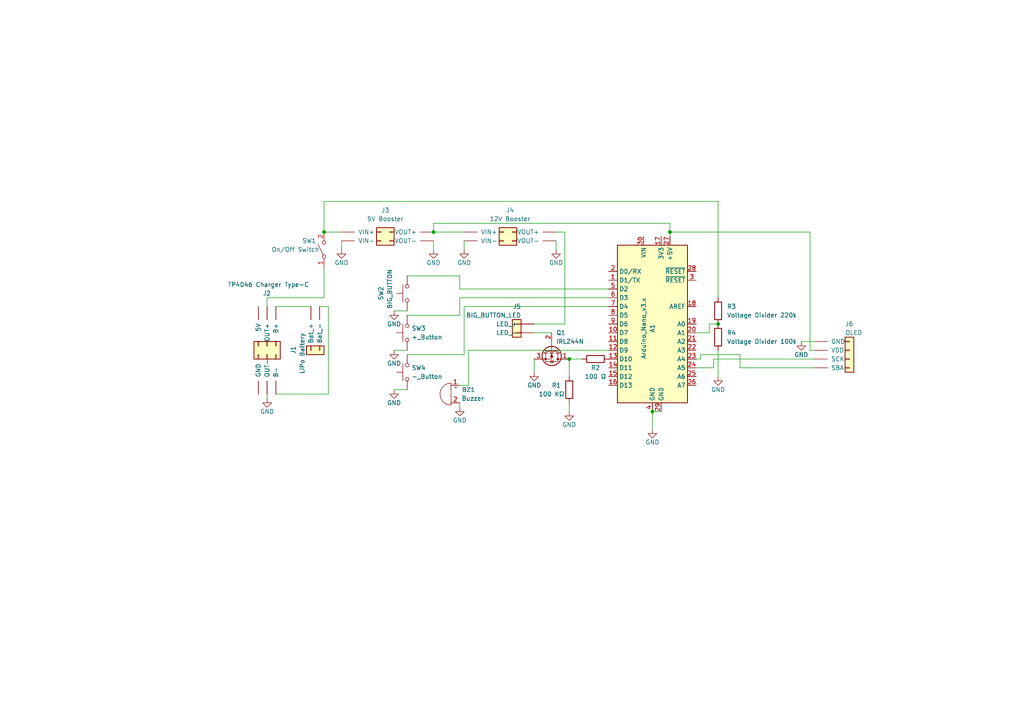
<source format=kicad_sch>
(kicad_sch (version 20211123) (generator eeschema)
  (paper "A4")
  (title_block (title "Rummikub Timer") (date "2025-08-26") (rev "v1"))
  (lib_symbols
    (symbol "Conn_01x02_1" (pin_numbers hide) (pin_names (offset 1.016))
      (property "Reference" "J6" (at 2.54 0.0001 0))
      (property "Value" "BIG_BUTTON_LED" (at 2.54 -2.5399 0))
      (symbol "Conn_01x02_1_1_1"
        (rectangle (start -1.27 -2.413) (end 0 -2.667) (stroke (width 0.1524)))
        (rectangle (start -1.27 0.127) (end 0 -0.127) (stroke (width 0.1524)))
        (rectangle (start -1.27 1.27) (end 1.27 -3.81) (stroke (width 0.254)) (fill (type background)))
        (pin passive line (at -5.08 0 0) (length 3.81) (name "LED_+") (number "1"))
        (pin passive line (at -5.08 -2.54 0) (length 3.81) (name "LED_-") (number "2"))
      )
    )
    (symbol "Conn_01x02_4" (pin_numbers hide) (pin_names (offset 1.016))
      (property "Reference" "J1" (at -1.27 5.08 0))
      (property "Value" "LiPo Battery" (at -5.08 2.54 0))
      (symbol "Conn_01x02_4_1_1"
        (rectangle (start -1.27 -2.413) (end 0 -2.667) (stroke (width 0.1524)))
        (rectangle (start -1.27 0.127) (end 0 -0.127) (stroke (width 0.1524)))
        (rectangle (start -1.27 1.27) (end 1.27 -3.81) (stroke (width 0.254)) (fill (type background)))
        (pin passive line (at -12.7 0 0) (length 3.81) (name "Bat_+") (number "1"))
        (pin passive line (at -12.7 -2.54 0) (length 3.81) (name "Bat_-") (number "2"))
      )
    )
    (symbol "Conn_02x02_Top_Bottom_1" (pin_numbers hide) (pin_names (offset 1.016))
      (property "Reference" "J2" (at -1.27 6.35 0))
      (property "Value" "5V Booster" (at -1.27 3.81 0))
      (symbol "Conn_02x02_Top_Bottom_1_1_1"
        (rectangle (start -1.27 -2.413) (end 0 -2.667) (stroke (width 0.1524)))
        (rectangle (start -1.27 0.127) (end 0 -0.127) (stroke (width 0.1524)))
        (rectangle (start -1.27 1.27) (end 3.81 -3.81) (stroke (width 0.254)) (fill (type background)))
        (rectangle (start 3.81 -2.413) (end 2.54 -2.667) (stroke (width 0.1524)))
        (rectangle (start 3.81 0.127) (end 2.54 -0.127) (stroke (width 0.1524)))
        (pin passive line (at -11.43 0 0) (length 3.81) (name "VIN+") (number "1"))
        (pin passive line (at -11.43 -2.54 0) (length 3.81) (name "VIN-") (number "2"))
        (pin passive line (at 15.24 0 180) (length 3.81) (name "VOUT+") (number "3"))
        (pin passive line (at 15.24 -2.54 180) (length 3.81) (name "VOUT-") (number "4"))
      )
    )
    (symbol "Connector_Generic:Conn_01x04" (pin_numbers hide) (pin_names (offset 1.016))
      (property "Reference" "J1" (at -1.27 7.62 0))
      (property "Value" "OLED" (at -1.27 5.08 0))
      (symbol "Conn_01x04_1_1"
        (rectangle (start -1.27 -4.953) (end 0 -5.207) (stroke (width 0.1524)))
        (rectangle (start -1.27 -2.413) (end 0 -2.667) (stroke (width 0.1524)))
        (rectangle (start -1.27 0.127) (end 0 -0.127) (stroke (width 0.1524)))
        (rectangle (start -1.27 2.667) (end 0 2.413) (stroke (width 0.1524)))
        (rectangle (start -1.27 3.81) (end 1.27 -6.35) (stroke (width 0.254)) (fill (type background)))
        (pin passive line (at -10.16 2.54 0) (length 3.81) (name "GND") (number "1"))
        (pin passive line (at -10.16 0 0) (length 3.81) (name "VDD") (number "2"))
        (pin passive line (at -10.16 -2.54 0) (length 3.81) (name "SCK") (number "3"))
        (pin passive line (at -10.16 -5.08 0) (length 3.81) (name "SBA") (number "4"))
      )
    )
    (symbol "Connector_Generic:Conn_02x02_Top_Bottom" (pin_numbers hide) (pin_names (offset 1.016))
      (property "Reference" "J3" (at 1.27 6.35 0))
      (property "Value" "12V Booster" (at 1.27 3.81 0))
      (symbol "Conn_02x02_Top_Bottom_1_1"
        (rectangle (start -1.27 -2.413) (end 0 -2.667) (stroke (width 0.1524)))
        (rectangle (start -1.27 0.127) (end 0 -0.127) (stroke (width 0.1524)))
        (rectangle (start -1.27 1.27) (end 3.81 -3.81) (stroke (width 0.254)) (fill (type background)))
        (rectangle (start 3.81 -2.413) (end 2.54 -2.667) (stroke (width 0.1524)))
        (rectangle (start 3.81 0.127) (end 2.54 -0.127) (stroke (width 0.1524)))
        (pin passive line (at -11.43 0 0) (length 3.81) (name "VIN+") (number "1"))
        (pin passive line (at -11.43 -2.54 0) (length 3.81) (name "VIN-") (number "2"))
        (pin passive line (at 15.24 0 180) (length 3.81) (name "VOUT+") (number "3"))
        (pin passive line (at 15.24 -2.54 180) (length 3.81) (name "VOUT-") (number "4"))
      )
    )
    (symbol "Connector_Generic:Conn_02x03_Odd_Even" (pin_numbers hide) (pin_names (offset 1.016))
      (property "Reference" "J2" (at -1.27 11.43 90))
      (property "Value" "TP4046 Charger Type-C" (at -25.4 12.7 90))
      (symbol "Conn_02x03_Odd_Even_1_1"
        (rectangle (start -1.27 -2.413) (end 0 -2.667) (stroke (width 0.1524)))
        (rectangle (start -1.27 0.127) (end 0 -0.127) (stroke (width 0.1524)))
        (rectangle (start -1.27 2.667) (end 0 2.413) (stroke (width 0.1524)))
        (rectangle (start -1.27 3.81) (end 3.81 -3.81) (stroke (width 0.254)) (fill (type background)))
        (rectangle (start 3.81 -2.413) (end 2.54 -2.667) (stroke (width 0.1524)))
        (rectangle (start 3.81 0.127) (end 2.54 -0.127) (stroke (width 0.1524)))
        (rectangle (start 3.81 2.667) (end 2.54 2.413) (stroke (width 0.1524)))
        (pin passive line (at -11.43 2.54 0) (length 3.81) (name "5V") (number "1"))
        (pin passive line (at 13.97 2.54 180) (length 3.81) (name "GND") (number "2"))
        (pin passive line (at -11.43 0 0) (length 3.81) (name "OUT+") (number "3"))
        (pin passive line (at 13.97 0 180) (length 3.81) (name "OUT-") (number "4"))
        (pin passive line (at -11.43 -2.54 0) (length 3.81) (name "B+") (number "5"))
        (pin passive line (at 13.97 -2.54 180) (length 3.81) (name "B-") (number "6"))
      )
    )
    (symbol "Device:Buzzer" (pin_names (offset 0.0254) hide)
      (property "Reference" "BZ" (at 3.81 1.27 0))
      (property "Value" "Buzzer" (at 3.81 -1.27 0))
      (symbol "Buzzer_0_1"
        (arc (start 0 -3.175) (mid 3.175 0) (end 0 3.175))
        (polyline (pts (xy -1.651 1.905) (xy -1.143 1.905)))
        (polyline (pts (xy -1.397 2.159) (xy -1.397 1.651)))
        (polyline (pts (xy 0 3.175) (xy 0 -3.175)))
      )
      (symbol "Buzzer_1_1"
        (pin passive line (at -2.54 2.54 0) (length 2.54) (name "-") (number "1"))
        (pin passive line (at -2.54 -2.54 0) (length 2.54) (name "+") (number "2"))
      )
    )
    (symbol "Device:Q_NMOS_DGS" (pin_names (offset 0) hide)
      (property "Reference" "Q" (at 5.08 1.27 0))
      (property "Value" "Q_NMOS_DGS" (at 5.08 -1.27 0))
      (symbol "Q_NMOS_DGS_0_1"
        (polyline (pts (xy 0.254 0) (xy -2.54 0)))
        (polyline (pts (xy 0.254 1.905) (xy 0.254 -1.905)) (stroke (width 0.254)))
        (polyline (pts (xy 0.762 -1.27) (xy 0.762 -2.286)) (stroke (width 0.254)))
        (polyline (pts (xy 0.762 0.508) (xy 0.762 -0.508)) (stroke (width 0.254)))
        (polyline (pts (xy 0.762 2.286) (xy 0.762 1.27)) (stroke (width 0.254)))
        (polyline (pts (xy 2.54 2.54) (xy 2.54 1.778)))
        (polyline (pts (xy 2.54 -2.54) (xy 2.54 0) (xy 0.762 0)))
        (polyline (pts (xy 0.762 -1.778) (xy 3.302 -1.778) (xy 3.302 1.778) (xy 0.762 1.778)))
        (polyline (pts (xy 1.016 0) (xy 2.032 0.381) (xy 2.032 -0.381) (xy 1.016 0)) (fill (type outline)))
        (polyline (pts (xy 2.794 0.508) (xy 2.921 0.381) (xy 3.683 0.381) (xy 3.81 0.254)))
        (polyline (pts (xy 3.302 0.381) (xy 2.921 -0.254) (xy 3.683 -0.254) (xy 3.302 0.381)))
        (circle (center 1.651 0) (radius 2.794) (stroke (width 0.254)))
        (circle (center 2.54 -1.778) (radius 0.254) (fill (type outline)))
        (circle (center 2.54 1.778) (radius 0.254) (fill (type outline)))
      )
      (symbol "Q_NMOS_DGS_1_1"
        (pin passive line (at 2.54 5.08 270) (length 2.54) (name "D") (number "1"))
        (pin input line (at -5.08 0 0) (length 2.54) (name "G") (number "2"))
        (pin passive line (at 2.54 -5.08 90) (length 2.54) (name "S") (number "3"))
      )
    )
    (symbol "Device:R" (pin_numbers hide) (pin_names (offset 0))
      (property "Reference" "R" (at 2.032 0 90))
      (property "Value" "R" (at 0 0 90))
      (symbol "R_0_1"
        (rectangle (start -1.016 -2.54) (end 1.016 2.54) (stroke (width 0.254)))
      )
      (symbol "R_1_1"
        (pin passive line (at 0 3.81 270) (length 1.27) (name "~") (number "1"))
        (pin passive line (at 0 -3.81 90) (length 1.27) (name "~") (number "2"))
      )
    )
    (symbol "MCU_Module:Arduino_Nano_v3.x"
      (property "Reference" "A" (at -10.16 23.495 0))
      (property "Value" "Arduino_Nano_v3.x" (at 5.08 -24.13 0))
      (symbol "Arduino_Nano_v3.x_0_1"
        (rectangle (start -10.16 22.86) (end 10.16 -22.86) (stroke (width 0.254)) (fill (type background)))
      )
      (symbol "Arduino_Nano_v3.x_1_1"
        (pin bidirectional line (at -12.7 12.7 0) (length 2.54) (name "D1/TX") (number "1"))
        (pin bidirectional line (at -12.7 -2.54 0) (length 2.54) (name "D7") (number "10"))
        (pin bidirectional line (at -12.7 -5.08 0) (length 2.54) (name "D8") (number "11"))
        (pin bidirectional line (at -12.7 -7.62 0) (length 2.54) (name "D9") (number "12"))
        (pin bidirectional line (at -12.7 -10.16 0) (length 2.54) (name "D10") (number "13"))
        (pin bidirectional line (at -12.7 -12.7 0) (length 2.54) (name "D11") (number "14"))
        (pin bidirectional line (at -12.7 -15.24 0) (length 2.54) (name "D12") (number "15"))
        (pin bidirectional line (at -12.7 -17.78 0) (length 2.54) (name "D13") (number "16"))
        (pin power_out line (at 2.54 25.4 270) (length 2.54) (name "3V3") (number "17"))
        (pin input line (at 12.7 5.08 180) (length 2.54) (name "AREF") (number "18"))
        (pin bidirectional line (at 12.7 0 180) (length 2.54) (name "A0") (number "19"))
        (pin bidirectional line (at -12.7 15.24 0) (length 2.54) (name "D0/RX") (number "2"))
        (pin bidirectional line (at 12.7 -2.54 180) (length 2.54) (name "A1") (number "20"))
        (pin bidirectional line (at 12.7 -5.08 180) (length 2.54) (name "A2") (number "21"))
        (pin bidirectional line (at 12.7 -7.62 180) (length 2.54) (name "A3") (number "22"))
        (pin bidirectional line (at 12.7 -10.16 180) (length 2.54) (name "A4") (number "23"))
        (pin bidirectional line (at 12.7 -12.7 180) (length 2.54) (name "A5") (number "24"))
        (pin bidirectional line (at 12.7 -15.24 180) (length 2.54) (name "A6") (number "25"))
        (pin bidirectional line (at 12.7 -17.78 180) (length 2.54) (name "A7") (number "26"))
        (pin power_out line (at 5.08 25.4 270) (length 2.54) (name "+5V") (number "27"))
        (pin input line (at 12.7 15.24 180) (length 2.54) (name "~{RESET}") (number "28"))
        (pin power_in line (at 2.54 -25.4 90) (length 2.54) (name "GND") (number "29"))
        (pin input line (at 12.7 12.7 180) (length 2.54) (name "~{RESET}") (number "3"))
        (pin power_in line (at -2.54 25.4 270) (length 2.54) (name "VIN") (number "30"))
        (pin power_in line (at 0 -25.4 90) (length 2.54) (name "GND") (number "4"))
        (pin bidirectional line (at -12.7 10.16 0) (length 2.54) (name "D2") (number "5"))
        (pin bidirectional line (at -12.7 7.62 0) (length 2.54) (name "D3") (number "6"))
        (pin bidirectional line (at -12.7 5.08 0) (length 2.54) (name "D4") (number "7"))
        (pin bidirectional line (at -12.7 2.54 0) (length 2.54) (name "D5") (number "8"))
        (pin bidirectional line (at -12.7 0 0) (length 2.54) (name "D6") (number "9"))
      )
    )
    (symbol "Switch:SW_Push" (pin_numbers hide) (pin_names (offset 1.016) hide)
      (property "Reference" "SW" (at 1.27 2.54 0))
      (property "Value" "SW_Push" (at 0 -1.524 0))
      (symbol "SW_Push_0_1"
        (circle (center -2.032 0) (radius 0.508))
        (polyline (pts (xy 0 1.27) (xy 0 3.048)))
        (polyline (pts (xy 2.54 1.27) (xy -2.54 1.27)))
        (circle (center 2.032 0) (radius 0.508))
        (pin passive line (at -5.08 0 0) (length 2.54) (name "1") (number "1"))
        (pin passive line (at 5.08 0 180) (length 2.54) (name "2") (number "2"))
      )
    )
    (symbol "Switch:SW_SPST" (pin_names (offset 0) hide)
      (property "Reference" "SW" (at 0 3.175 0))
      (property "Value" "SW_SPST" (at 0 -2.54 0))
      (symbol "SW_SPST_0_0"
        (circle (center -2.032 0) (radius 0.508))
        (polyline (pts (xy -1.524 0.254) (xy 1.524 1.778)))
        (circle (center 2.032 0) (radius 0.508))
      )
      (symbol "SW_SPST_1_1"
        (pin passive line (at -5.08 0 0) (length 2.54) (name "A") (number "1"))
        (pin passive line (at 5.08 0 180) (length 2.54) (name "B") (number "2"))
      )
    )
    (symbol "power:GND" (power) (pin_names (offset 0))
      (property "Value" "GND" (at 0 -3.81 0))
      (symbol "GND_0_1"
        (polyline (pts (xy 0 0) (xy 0 -1.27) (xy 1.27 -1.27) (xy 0 -2.54) (xy -1.27 -1.27) (xy 0 -1.27)))
      )
      (symbol "GND_1_1"
        (pin power_in line (at 0 0 270) (length 0) hide (name "GND") (number "1"))
      )
    )
  )
  (junction (at 165.1 104.14))
  (junction (at 125.73 67.31))
  (junction (at 189.23 119.38))
  (junction (at 208.28 93.98))
  (junction (at 93.98 67.31))
  (junction (at 194.31 67.31))
  (wire (pts (xy 154.94 96.52) (xy 160.02 96.52)))
  (wire (pts (xy 234.95 67.31) (xy 194.31 67.31)))
  (wire (pts (xy 93.98 67.31) (xy 99.06 67.31)))
  (wire (pts (xy 114.3 101.6) (xy 118.11 101.6)))
  (wire (pts (xy 114.3 113.03) (xy 118.11 113.03)))
  (wire (pts (xy 135.89 101.6) (xy 176.53 101.6)))
  (wire (pts (xy 208.28 101.6) (xy 208.28 109.22)))
  (wire (pts (xy 189.23 119.38) (xy 189.23 124.46)))
  (wire (pts (xy 194.31 68.58) (xy 194.31 67.31)))
  (wire (pts (xy 234.95 67.31) (xy 234.95 101.6)))
  (wire (pts (xy 189.23 119.38) (xy 191.77 119.38)))
  (wire (pts (xy 194.31 67.31) (xy 194.31 64.77)))
  (wire (pts (xy 161.29 67.31) (xy 163.83 67.31)))
  (wire (pts (xy 133.35 116.84) (xy 133.35 118.11)))
  (wire (pts (xy 125.73 64.77) (xy 125.73 67.31)))
  (wire (pts (xy 205.74 93.98) (xy 208.28 93.98)))
  (wire (pts (xy 93.98 58.42) (xy 93.98 67.31)))
  (wire (pts (xy 135.89 111.76) (xy 135.89 101.6)))
  (wire (pts (xy 236.22 101.6) (xy 234.95 101.6)))
  (wire (pts (xy 133.35 111.76) (xy 135.89 111.76)))
  (wire (pts (xy 201.93 96.52) (xy 205.74 96.52)))
  (wire (pts (xy 214.63 106.68) (xy 236.22 106.68)))
  (wire (pts (xy 134.62 102.87) (xy 134.62 88.9)))
  (wire (pts (xy 80.01 114.3) (xy 95.25 114.3)))
  (wire (pts (xy 77.47 114.3) (xy 77.47 115.57)))
  (wire (pts (xy 165.1 104.14) (xy 165.1 109.22)))
  (wire (pts (xy 214.63 106.68) (xy 214.63 102.87)))
  (wire (pts (xy 207.01 104.14) (xy 207.01 106.68)))
  (wire (pts (xy 118.11 102.87) (xy 134.62 102.87)))
  (wire (pts (xy 154.94 104.14) (xy 154.94 107.95)))
  (wire (pts (xy 203.2 104.14) (xy 201.93 104.14)))
  (wire (pts (xy 194.31 64.77) (xy 125.73 64.77)))
  (wire (pts (xy 77.47 88.9) (xy 77.47 86.36)))
  (wire (pts (xy 208.28 86.36) (xy 208.28 58.42)))
  (wire (pts (xy 118.11 91.44) (xy 133.35 91.44)))
  (wire (pts (xy 134.62 88.9) (xy 176.53 88.9)))
  (wire (pts (xy 154.94 93.98) (xy 163.83 93.98)))
  (wire (pts (xy 133.35 83.82) (xy 176.53 83.82)))
  (wire (pts (xy 133.35 91.44) (xy 133.35 86.36)))
  (wire (pts (xy 165.1 116.84) (xy 165.1 119.38)))
  (wire (pts (xy 93.98 77.47) (xy 93.98 86.36)))
  (wire (pts (xy 114.3 90.17) (xy 118.11 90.17)))
  (wire (pts (xy 165.1 104.14) (xy 168.91 104.14)))
  (wire (pts (xy 125.73 69.85) (xy 125.73 72.39)))
  (wire (pts (xy 134.62 69.85) (xy 134.62 72.39)))
  (wire (pts (xy 95.25 88.9) (xy 95.25 114.3)))
  (wire (pts (xy 80.01 88.9) (xy 90.17 88.9)))
  (wire (pts (xy 133.35 86.36) (xy 176.53 86.36)))
  (wire (pts (xy 125.73 67.31) (xy 134.62 67.31)))
  (wire (pts (xy 207.01 106.68) (xy 201.93 106.68)))
  (wire (pts (xy 161.29 69.85) (xy 161.29 72.39)))
  (wire (pts (xy 236.22 104.14) (xy 207.01 104.14)))
  (wire (pts (xy 77.47 86.36) (xy 93.98 86.36)))
  (wire (pts (xy 92.71 88.9) (xy 95.25 88.9)))
  (wire (pts (xy 99.06 69.85) (xy 99.06 72.39)))
  (wire (pts (xy 133.35 80.01) (xy 133.35 83.82)))
  (wire (pts (xy 208.28 58.42) (xy 93.98 58.42)))
  (wire (pts (xy 232.41 99.06) (xy 236.22 99.06)))
  (wire (pts (xy 203.2 102.87) (xy 203.2 104.14)))
  (wire (pts (xy 118.11 80.01) (xy 133.35 80.01)))
  (wire (pts (xy 205.74 96.52) (xy 205.74 93.98)))
  (wire (pts (xy 214.63 102.87) (xy 203.2 102.87)))
  (wire (pts (xy 163.83 67.31) (xy 163.83 93.98)))
  (symbol (lib_id "Switch:SW_SPST") (at 93.98 72.39 90) (unit 1)
    (property "Reference" "SW1" (at 87.63 69.85 90) (effects (justify right)))
    (property "Value" "On/Off Switch" (at 78.74 72.39 90) (effects (justify right)))
    (property "Footprint" "Connector_PinHeader_2.54mm:PinHeader_1x02_P2.54mm_Vertical" (effects hide))
  )
  (symbol (lib_id "power:GND") (at 134.62 72.39 0) (unit 1)
    (property "Reference" "#PWR?" (effects hide))
    (property "Value" "GND" (at 134.62 76.2 0))
  )
  (symbol (lib_id "Device:R") (at 208.28 90.17 0) (unit 1)
    (property "Reference" "R3" (at 210.82 88.8999 0) (effects (justify left)))
    (property "Value" "Voltage Divider 220k" (at 210.82 91.4399 0) (effects (justify left)))
    (property "Footprint" "Resistor_THT:R_Axial_DIN0207_L6.3mm_D2.5mm_P7.62mm_Horizontal" (effects hide))
  )
  (symbol (lib_id "Device:R") (at 172.72 104.14 270) (unit 1)
    (property "Reference" "R2" (at 172.72 106.68 90))
    (property "Value" "100 Ω" (at 172.72 109.22 90))
    (property "Footprint" "Resistor_THT:R_Axial_DIN0207_L6.3mm_D2.5mm_P7.62mm_Horizontal" (effects hide))
  )
  (symbol (lib_name "Conn_02x02_Top_Bottom_1") (lib_id "Connector_Generic:Conn_02x02_Top_Bottom") (at 110.49 67.31 0) (unit 1)
    (property "Reference" "J3" (at 111.76 60.96 0))
    (property "Value" "5V Booster" (at 111.76 63.5 0))
    (property "Footprint" "Rummikub-Timer:MT3608_module" (effects hide))
  )
  (symbol (lib_id "Device:Q_NMOS_DGS") (at 160.02 101.6 270) (unit 1)
    (property "Reference" "Q1" (at 161.29 96.52 90) (effects (justify left)))
    (property "Value" "IRLZ44N" (at 161.29 99.06 90) (effects (justify left)))
    (property "Footprint" "Package_TO_SOT_THT:TO-220-3_Vertical" (effects hide))
  )
  (symbol (lib_id "Switch:SW_Push") (at 118.11 85.09 90) (unit 1)
    (property "Reference" "SW2" (at 110.49 85.09 0))
    (property "Value" "BIG_BUTTON" (at 113.03 83.82 0))
    (property "Footprint" "Connector_PinHeader_2.54mm:PinHeader_1x02_P2.54mm_Vertical" (effects hide))
  )
  (symbol (lib_id "Connector_Generic:Conn_01x04") (at 246.38 101.6 0) (unit 1)
    (property "Reference" "J6" (at 245.11 93.98 0) (effects (justify left)))
    (property "Value" "OLED" (at 245.11 96.52 0) (effects (justify left)))
    (property "Footprint" "Connector_PinHeader_2.54mm:PinHeader_1x04_P2.54mm_Vertical" (effects hide))
  )
  (symbol (lib_id "Switch:SW_Push") (at 118.11 96.52 90) (unit 1)
    (property "Reference" "SW3" (at 119.38 95.2499 90) (effects (justify right)))
    (property "Value" "+_Button" (at 119.38 97.7899 90) (effects (justify right)))
    (property "Footprint" "Connector_PinHeader_2.54mm:PinHeader_1x02_P2.54mm_Vertical" (effects hide))
  )
  (symbol (lib_id "power:GND") (at 114.3 113.03 0) (unit 1)
    (property "Reference" "#PWR?" (effects hide))
    (property "Value" "GND" (at 114.3 116.84 0))
  )
  (symbol (lib_id "power:GND") (at 165.1 119.38 0) (unit 1)
    (property "Reference" "#PWR?" (effects hide))
    (property "Value" "GND" (at 165.1 123.19 0))
  )
  (symbol (lib_id "Device:R") (at 208.28 97.79 0) (unit 1)
    (property "Reference" "R4" (at 210.82 96.5199 0) (effects (justify left)))
    (property "Value" "Voltage Divider 100k" (at 210.82 99.0599 0) (effects (justify left)))
    (property "Footprint" "Resistor_THT:R_Axial_DIN0207_L6.3mm_D2.5mm_P7.62mm_Horizontal" (effects hide))
  )
  (symbol (lib_id "Connector_Generic:Conn_02x02_Top_Bottom") (at 146.05 67.31 0) (unit 1)
    (property "Reference" "J4" (at 147.955 60.96 0))
    (property "Value" "12V Booster" (at 147.955 63.5 0))
    (property "Footprint" "Rummikub-Timer:MT3608_module" (effects hide))
  )
  (symbol (lib_id "power:GND") (at 189.23 124.46 0) (unit 1)
    (property "Reference" "#PWR0101" (effects hide))
    (property "Value" "GND" (at 189.23 128.27 0))
  )
  (symbol (lib_id "power:GND") (at 208.28 109.22 0) (unit 1)
    (property "Reference" "#PWR?" (effects hide))
    (property "Value" "GND" (at 208.28 113.03 0))
  )
  (symbol (lib_id "power:GND") (at 114.3 101.6 0) (unit 1)
    (property "Reference" "#PWR?" (effects hide))
    (property "Value" "GND" (at 114.3 105.41 0))
  )
  (symbol (lib_id "Device:R") (at 165.1 113.03 0) (unit 1)
    (property "Reference" "R1" (at 160.02 111.76 0) (effects (justify left)))
    (property "Value" "100 KΩ" (at 156.21 114.3 0) (effects (justify left)))
    (property "Footprint" "Resistor_THT:R_Axial_DIN0207_L6.3mm_D2.5mm_P7.62mm_Horizontal" (effects hide))
  )
  (symbol (lib_name "Conn_01x02_4") (lib_id "Connector_Generic:Conn_01x02") (at 90.17 101.6 90) (mirror x) (unit 1)
    (property "Reference" "J1" (at 85.09 100.33 0) (effects (justify left)))
    (property "Value" "LiPo Battery" (at 87.63 96.52 0) (effects (justify left)))
    (property "Footprint" "Connector_PinHeader_2.54mm:PinHeader_1x02_P2.54mm_Vertical" (effects hide))
  )
  (symbol (lib_id "Connector_Generic:Conn_02x03_Odd_Even") (at 77.47 100.33 90) (mirror x) (unit 1)
    (property "Reference" "J2" (at 76.2 85.09 90) (effects (justify right)))
    (property "Value" "TP4046 Charger Type-C" (at 66.04 82.55 90) (effects (justify right)))
    (property "Footprint" "Rummikub-Timer:TP4056-18650" (effects hide))
  )
  (symbol (lib_id "MCU_Module:Arduino_Nano_v3.x") (at 189.23 93.98 0) (unit 1)
    (property "Reference" "A1" (at 189.23 96.52 90) (effects (justify left)))
    (property "Value" "Arduino_Nano_v3.x" (at 186.69 104.14 90) (effects (justify left)))
    (property "Footprint" "Module:Arduino_Nano" (effects hide))
    (property "Datasheet" "http://www.mouser.com/pdfdocs/Gravitech_Arduino_Nano3_0.pdf" (effects hide))
  )
  (symbol (lib_id "Switch:SW_Push") (at 118.11 107.95 90) (unit 1)
    (property "Reference" "SW4" (at 119.38 106.6799 90) (effects (justify right)))
    (property "Value" "-_Button" (at 119.38 109.2199 90) (effects (justify right)))
    (property "Footprint" "Connector_PinHeader_2.54mm:PinHeader_1x02_P2.54mm_Vertical" (effects hide))
  )
  (symbol (lib_id "power:GND") (at 125.73 72.39 0) (unit 1)
    (property "Reference" "#PWR?" (effects hide))
    (property "Value" "GND" (at 125.73 76.2 0))
  )
  (symbol (lib_id "power:GND") (at 154.94 107.95 0) (unit 1)
    (property "Reference" "#PWR?" (effects hide))
    (property "Value" "GND" (at 154.94 111.76 0))
  )
  (symbol (lib_name "Conn_01x02_1") (lib_id "Connector_Generic:Conn_01x02") (at 149.86 93.98 0) (mirror y) (unit 1)
    (property "Reference" "J5" (at 151.13 88.9 0) (effects (justify left)))
    (property "Value" "BIG_BUTTON_LED" (at 151.13 91.44 0) (effects (justify left)))
    (property "Footprint" "Connector_PinHeader_2.54mm:PinHeader_1x02_P2.54mm_Vertical" (effects hide))
  )
  (symbol (lib_id "Device:Buzzer") (at 130.81 114.3 0) (mirror y) (unit 1)
    (property "Reference" "BZ1" (at 135.89 113.03 0))
    (property "Value" "Buzzer" (at 137.16 115.57 0))
    (property "Footprint" "Connector_PinHeader_2.54mm:PinHeader_1x02_P2.54mm_Vertical" (effects hide))
  )
  (symbol (lib_id "power:GND") (at 77.47 115.57 0) (unit 1)
    (property "Reference" "#PWR?" (effects hide))
    (property "Value" "GND" (at 77.47 119.38 0))
  )
  (symbol (lib_id "power:GND") (at 133.35 118.11 0) (unit 1)
    (property "Reference" "#PWR?" (effects hide))
    (property "Value" "GND" (at 133.35 121.92 0))
  )
  (symbol (lib_id "power:GND") (at 99.06 72.39 0) (unit 1)
    (property "Reference" "#PWR?" (effects hide))
    (property "Value" "GND" (at 99.06 76.2 0))
  )
  (symbol (lib_id "power:GND") (at 161.29 72.39 0) (unit 1)
    (property "Reference" "#PWR?" (effects hide))
    (property "Value" "GND" (at 161.29 76.2 0))
  )
  (symbol (lib_id "power:GND") (at 232.41 99.06 0) (unit 1)
    (property "Reference" "#PWR?" (effects hide))
    (property "Value" "GND" (at 232.41 102.87 0))
  )
  (symbol (lib_id "power:GND") (at 114.3 90.17 0) (unit 1)
    (property "Reference" "#PWR?" (effects hide))
    (property "Value" "GND" (at 114.3 93.98 0))
  )
)
</source>
